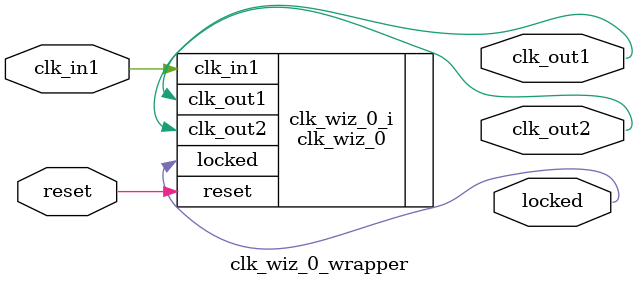
<source format=v>
`timescale 1 ps / 1 ps

module clk_wiz_0_wrapper
   (clk_in1,
    clk_out1,
    clk_out2,
    locked,
    reset);
  input [0:0]clk_in1;
  output clk_out1;
  output clk_out2;
  output locked;
  input reset;

  wire [0:0]clk_in1;
  wire clk_out1;
  wire clk_out2;
  wire locked;
  wire reset;

  clk_wiz_0 clk_wiz_0_i
       (.clk_in1(clk_in1),
        .clk_out1(clk_out1),
        .clk_out2(clk_out2),
        .locked(locked),
        .reset(reset));
endmodule

</source>
